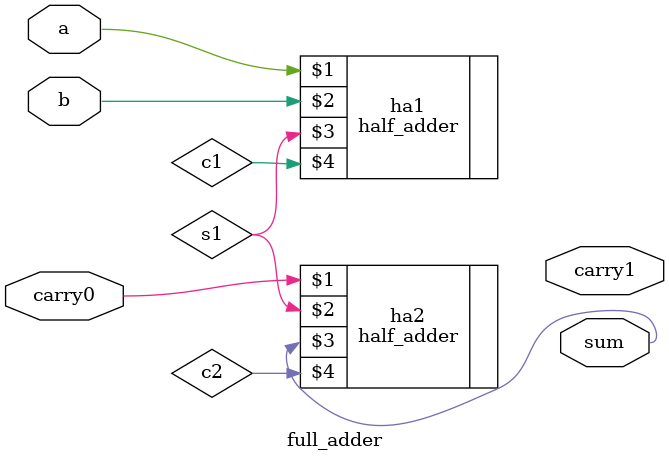
<source format=v>
module full_adder (input a, b, carry0, output sum, carry1);
  wire s1, c1, s2, c2;
  
  half_adder ha1 (a, b, s1, c1);
  half_adder ha2 (carry0, s1, sum, c2);
  
  assign cout = c1 | c2;
endmodule
</source>
